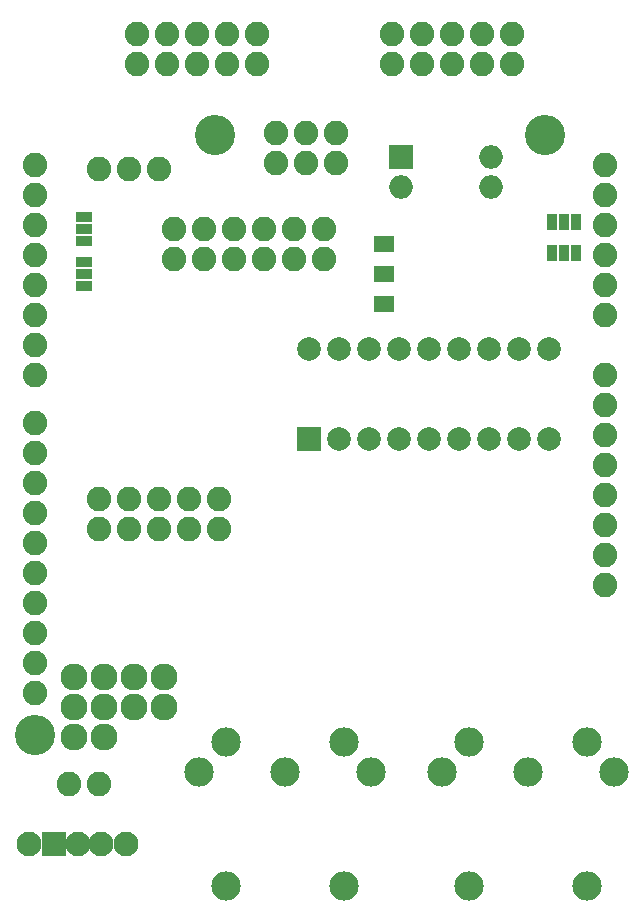
<source format=gbs>
G04 #@! TF.FileFunction,Soldermask,Bot*
%FSLAX46Y46*%
G04 Gerber Fmt 4.6, Leading zero omitted, Abs format (unit mm)*
G04 Created by KiCad (PCBNEW 4.0.7) date 04/09/18 15:19:32*
%MOMM*%
%LPD*%
G01*
G04 APERTURE LIST*
%ADD10C,0.100000*%
%ADD11R,0.838200X1.473200*%
%ADD12R,1.473200X0.838200*%
%ADD13C,2.082800*%
%ADD14R,2.000000X2.000000*%
%ADD15C,2.000000*%
%ADD16C,2.279600*%
%ADD17C,2.489200*%
%ADD18O,2.000000X2.000000*%
%ADD19R,2.100000X2.100000*%
%ADD20C,2.100000*%
%ADD21C,3.403200*%
G04 APERTURE END LIST*
D10*
D11*
X194564000Y-57912000D03*
X195580000Y-57912000D03*
X196596000Y-57912000D03*
X194564000Y-55245000D03*
X195580000Y-55245000D03*
X196596000Y-55245000D03*
D12*
X154940000Y-56896000D03*
X154940000Y-55880000D03*
X154940000Y-54864000D03*
D13*
X166370000Y-78740000D03*
X166370000Y-81280000D03*
X163830000Y-78740000D03*
X163830000Y-81280000D03*
X161290000Y-78740000D03*
X161290000Y-81280000D03*
X158750000Y-78740000D03*
X158750000Y-81280000D03*
X156210000Y-78740000D03*
X156210000Y-81280000D03*
X162560000Y-58420000D03*
X162560000Y-55880000D03*
X165100000Y-58420000D03*
X165100000Y-55880000D03*
X167640000Y-58420000D03*
X167640000Y-55880000D03*
X170180000Y-58420000D03*
X170180000Y-55880000D03*
X172720000Y-58420000D03*
X172720000Y-55880000D03*
X175260000Y-58420000D03*
X175260000Y-55880000D03*
D11*
X180746400Y-62230000D03*
X179933600Y-62230000D03*
D12*
X154940000Y-60706000D03*
X154940000Y-59690000D03*
X154940000Y-58674000D03*
D11*
X180746400Y-59690000D03*
X179933600Y-59690000D03*
D14*
X173990000Y-73660000D03*
D15*
X176530000Y-73660000D03*
X179070000Y-73660000D03*
X181610000Y-73660000D03*
X184150000Y-73660000D03*
X186690000Y-73660000D03*
X189230000Y-73660000D03*
X189230000Y-66040000D03*
X186690000Y-66040000D03*
X184150000Y-66040000D03*
X181610000Y-66040000D03*
X179070000Y-66040000D03*
X176530000Y-66040000D03*
X173990000Y-66040000D03*
X191770000Y-73660000D03*
X191770000Y-66040000D03*
X194310000Y-73660000D03*
X194310000Y-66040000D03*
D13*
X199050000Y-78330000D03*
X199050000Y-75790000D03*
X171160800Y-47710300D03*
X199050000Y-63090000D03*
X199050000Y-60550000D03*
X199050000Y-58010000D03*
X199050000Y-55470000D03*
X199050000Y-52930000D03*
X199050000Y-50390000D03*
X150790000Y-90014000D03*
X150790000Y-55470000D03*
X150790000Y-58010000D03*
X150790000Y-60550000D03*
X150790000Y-63090000D03*
X150790000Y-65630000D03*
X150790000Y-68170000D03*
X150790000Y-72234000D03*
X150790000Y-74774000D03*
X150790000Y-77314000D03*
X150790000Y-79854000D03*
X150790000Y-82394000D03*
X150790000Y-84934000D03*
X199050000Y-73250000D03*
X199050000Y-70710000D03*
X150790000Y-87474000D03*
X176238260Y-47710300D03*
X199050000Y-83410000D03*
X171160800Y-50250300D03*
X173700800Y-47710300D03*
X199050000Y-85950000D03*
X199050000Y-80870000D03*
X176238260Y-50250300D03*
X150790000Y-50390000D03*
X173700800Y-50250300D03*
X150790000Y-95094000D03*
X150790000Y-92554000D03*
X150790000Y-52930000D03*
X199050000Y-68170000D03*
D16*
X154092000Y-93815600D03*
X156632000Y-93815600D03*
X159172000Y-93815600D03*
X161712000Y-93815600D03*
X154092000Y-96355600D03*
X156632000Y-96355600D03*
X159172000Y-96355600D03*
X161712000Y-96355600D03*
X154092000Y-98895600D03*
X156632000Y-98895600D03*
D17*
X199831960Y-101800660D03*
X192532000Y-101800660D03*
X185232040Y-101800660D03*
X197530720Y-99301300D03*
X187533280Y-99301300D03*
X187533280Y-111500920D03*
X197530720Y-111500920D03*
X179257960Y-101800660D03*
X171958000Y-101800660D03*
X164658040Y-101800660D03*
X176956720Y-99301300D03*
X166959280Y-99301300D03*
X166959280Y-111500920D03*
X176956720Y-111500920D03*
D13*
X153670000Y-102870000D03*
X156210000Y-102870000D03*
X156210000Y-50800000D03*
X158750000Y-50800000D03*
X161290000Y-50800000D03*
D14*
X181737000Y-49784000D03*
D18*
X189357000Y-52324000D03*
X181737000Y-52324000D03*
X189357000Y-49784000D03*
D19*
X152400000Y-107950000D03*
D20*
X154400000Y-107950000D03*
X156400000Y-107950000D03*
X150300000Y-107950000D03*
X158500000Y-107950000D03*
D11*
X180746400Y-57150000D03*
X179933600Y-57150000D03*
D13*
X159385000Y-41910000D03*
X159385000Y-39370000D03*
X161925000Y-41910000D03*
X161925000Y-39370000D03*
X164465000Y-41910000D03*
X164465000Y-39370000D03*
X167005000Y-41910000D03*
X167005000Y-39370000D03*
X169545000Y-41910000D03*
X169545000Y-39370000D03*
X180975000Y-41910000D03*
X180975000Y-39370000D03*
X183515000Y-41910000D03*
X183515000Y-39370000D03*
X186055000Y-41910000D03*
X186055000Y-39370000D03*
X188595000Y-41910000D03*
X188595000Y-39370000D03*
X191135000Y-41910000D03*
X191135000Y-39370000D03*
D21*
X166065200Y-47853600D03*
X194005200Y-47853600D03*
X150825200Y-98653600D03*
M02*

</source>
